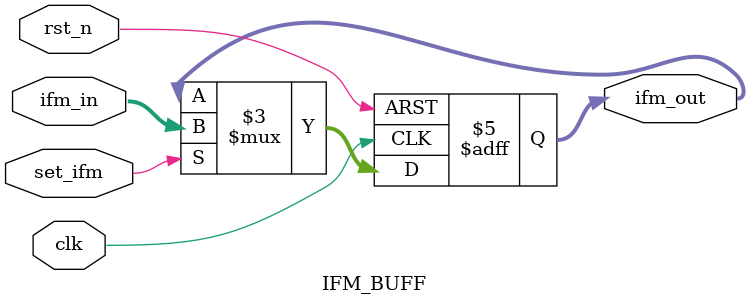
<source format=v>
module IFM_BUFF #(parameter DATA_WIDTH = 8) (
		input clk
	 ,input rst_n
	 ,input set_ifm
	 ,input  [DATA_WIDTH-1:0] ifm_in
	 ,output reg [DATA_WIDTH-1:0] ifm_out
	 );

	always @(posedge clk or negedge rst_n) begin
		if(!rst_n) begin
			ifm_out <= 0;
		end
		else if(set_ifm) begin
			ifm_out <= ifm_in;
		end
  end
endmodule

</source>
